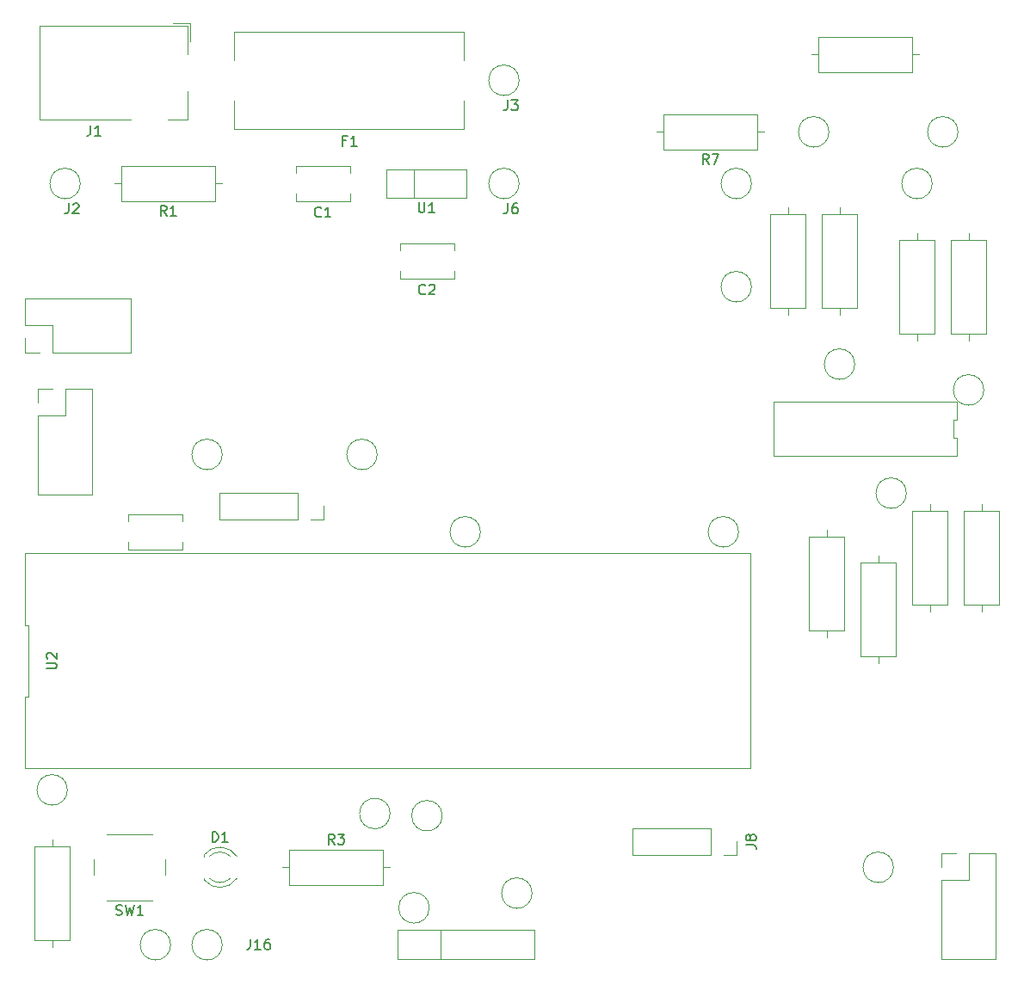
<source format=gbr>
%TF.GenerationSoftware,KiCad,Pcbnew,9.0.4*%
%TF.CreationDate,2025-12-08T22:09:47-07:00*%
%TF.ProjectId,Individual-subsystem,496e6469-7669-4647-9561-6c2d73756273,rev?*%
%TF.SameCoordinates,Original*%
%TF.FileFunction,Legend,Top*%
%TF.FilePolarity,Positive*%
%FSLAX46Y46*%
G04 Gerber Fmt 4.6, Leading zero omitted, Abs format (unit mm)*
G04 Created by KiCad (PCBNEW 9.0.4) date 2025-12-08 22:09:47*
%MOMM*%
%LPD*%
G01*
G04 APERTURE LIST*
%ADD10C,0.150000*%
%ADD11C,0.120000*%
G04 APERTURE END LIST*
D10*
X151496666Y-61644819D02*
X151496666Y-62359104D01*
X151496666Y-62359104D02*
X151449047Y-62501961D01*
X151449047Y-62501961D02*
X151353809Y-62597200D01*
X151353809Y-62597200D02*
X151210952Y-62644819D01*
X151210952Y-62644819D02*
X151115714Y-62644819D01*
X151877619Y-61644819D02*
X152496666Y-61644819D01*
X152496666Y-61644819D02*
X152163333Y-62025771D01*
X152163333Y-62025771D02*
X152306190Y-62025771D01*
X152306190Y-62025771D02*
X152401428Y-62073390D01*
X152401428Y-62073390D02*
X152449047Y-62121009D01*
X152449047Y-62121009D02*
X152496666Y-62216247D01*
X152496666Y-62216247D02*
X152496666Y-62454342D01*
X152496666Y-62454342D02*
X152449047Y-62549580D01*
X152449047Y-62549580D02*
X152401428Y-62597200D01*
X152401428Y-62597200D02*
X152306190Y-62644819D01*
X152306190Y-62644819D02*
X152020476Y-62644819D01*
X152020476Y-62644819D02*
X151925238Y-62597200D01*
X151925238Y-62597200D02*
X151877619Y-62549580D01*
X110446666Y-64144819D02*
X110446666Y-64859104D01*
X110446666Y-64859104D02*
X110399047Y-65001961D01*
X110399047Y-65001961D02*
X110303809Y-65097200D01*
X110303809Y-65097200D02*
X110160952Y-65144819D01*
X110160952Y-65144819D02*
X110065714Y-65144819D01*
X111446666Y-65144819D02*
X110875238Y-65144819D01*
X111160952Y-65144819D02*
X111160952Y-64144819D01*
X111160952Y-64144819D02*
X111065714Y-64287676D01*
X111065714Y-64287676D02*
X110970476Y-64382914D01*
X110970476Y-64382914D02*
X110875238Y-64430533D01*
X171283333Y-67944819D02*
X170950000Y-67468628D01*
X170711905Y-67944819D02*
X170711905Y-66944819D01*
X170711905Y-66944819D02*
X171092857Y-66944819D01*
X171092857Y-66944819D02*
X171188095Y-66992438D01*
X171188095Y-66992438D02*
X171235714Y-67040057D01*
X171235714Y-67040057D02*
X171283333Y-67135295D01*
X171283333Y-67135295D02*
X171283333Y-67278152D01*
X171283333Y-67278152D02*
X171235714Y-67373390D01*
X171235714Y-67373390D02*
X171188095Y-67421009D01*
X171188095Y-67421009D02*
X171092857Y-67468628D01*
X171092857Y-67468628D02*
X170711905Y-67468628D01*
X171616667Y-66944819D02*
X172283333Y-66944819D01*
X172283333Y-66944819D02*
X171854762Y-67944819D01*
X117943333Y-73024819D02*
X117610000Y-72548628D01*
X117371905Y-73024819D02*
X117371905Y-72024819D01*
X117371905Y-72024819D02*
X117752857Y-72024819D01*
X117752857Y-72024819D02*
X117848095Y-72072438D01*
X117848095Y-72072438D02*
X117895714Y-72120057D01*
X117895714Y-72120057D02*
X117943333Y-72215295D01*
X117943333Y-72215295D02*
X117943333Y-72358152D01*
X117943333Y-72358152D02*
X117895714Y-72453390D01*
X117895714Y-72453390D02*
X117848095Y-72501009D01*
X117848095Y-72501009D02*
X117752857Y-72548628D01*
X117752857Y-72548628D02*
X117371905Y-72548628D01*
X118895714Y-73024819D02*
X118324286Y-73024819D01*
X118610000Y-73024819D02*
X118610000Y-72024819D01*
X118610000Y-72024819D02*
X118514762Y-72167676D01*
X118514762Y-72167676D02*
X118419524Y-72262914D01*
X118419524Y-72262914D02*
X118324286Y-72310533D01*
X151496666Y-71804819D02*
X151496666Y-72519104D01*
X151496666Y-72519104D02*
X151449047Y-72661961D01*
X151449047Y-72661961D02*
X151353809Y-72757200D01*
X151353809Y-72757200D02*
X151210952Y-72804819D01*
X151210952Y-72804819D02*
X151115714Y-72804819D01*
X152401428Y-71804819D02*
X152210952Y-71804819D01*
X152210952Y-71804819D02*
X152115714Y-71852438D01*
X152115714Y-71852438D02*
X152068095Y-71900057D01*
X152068095Y-71900057D02*
X151972857Y-72042914D01*
X151972857Y-72042914D02*
X151925238Y-72233390D01*
X151925238Y-72233390D02*
X151925238Y-72614342D01*
X151925238Y-72614342D02*
X151972857Y-72709580D01*
X151972857Y-72709580D02*
X152020476Y-72757200D01*
X152020476Y-72757200D02*
X152115714Y-72804819D01*
X152115714Y-72804819D02*
X152306190Y-72804819D01*
X152306190Y-72804819D02*
X152401428Y-72757200D01*
X152401428Y-72757200D02*
X152449047Y-72709580D01*
X152449047Y-72709580D02*
X152496666Y-72614342D01*
X152496666Y-72614342D02*
X152496666Y-72376247D01*
X152496666Y-72376247D02*
X152449047Y-72281009D01*
X152449047Y-72281009D02*
X152401428Y-72233390D01*
X152401428Y-72233390D02*
X152306190Y-72185771D01*
X152306190Y-72185771D02*
X152115714Y-72185771D01*
X152115714Y-72185771D02*
X152020476Y-72233390D01*
X152020476Y-72233390D02*
X151972857Y-72281009D01*
X151972857Y-72281009D02*
X151925238Y-72376247D01*
X112966667Y-141817200D02*
X113109524Y-141864819D01*
X113109524Y-141864819D02*
X113347619Y-141864819D01*
X113347619Y-141864819D02*
X113442857Y-141817200D01*
X113442857Y-141817200D02*
X113490476Y-141769580D01*
X113490476Y-141769580D02*
X113538095Y-141674342D01*
X113538095Y-141674342D02*
X113538095Y-141579104D01*
X113538095Y-141579104D02*
X113490476Y-141483866D01*
X113490476Y-141483866D02*
X113442857Y-141436247D01*
X113442857Y-141436247D02*
X113347619Y-141388628D01*
X113347619Y-141388628D02*
X113157143Y-141341009D01*
X113157143Y-141341009D02*
X113061905Y-141293390D01*
X113061905Y-141293390D02*
X113014286Y-141245771D01*
X113014286Y-141245771D02*
X112966667Y-141150533D01*
X112966667Y-141150533D02*
X112966667Y-141055295D01*
X112966667Y-141055295D02*
X113014286Y-140960057D01*
X113014286Y-140960057D02*
X113061905Y-140912438D01*
X113061905Y-140912438D02*
X113157143Y-140864819D01*
X113157143Y-140864819D02*
X113395238Y-140864819D01*
X113395238Y-140864819D02*
X113538095Y-140912438D01*
X113871429Y-140864819D02*
X114109524Y-141864819D01*
X114109524Y-141864819D02*
X114300000Y-141150533D01*
X114300000Y-141150533D02*
X114490476Y-141864819D01*
X114490476Y-141864819D02*
X114728572Y-140864819D01*
X115633333Y-141864819D02*
X115061905Y-141864819D01*
X115347619Y-141864819D02*
X115347619Y-140864819D01*
X115347619Y-140864819D02*
X115252381Y-141007676D01*
X115252381Y-141007676D02*
X115157143Y-141102914D01*
X115157143Y-141102914D02*
X115061905Y-141150533D01*
X106134819Y-117601904D02*
X106944342Y-117601904D01*
X106944342Y-117601904D02*
X107039580Y-117554285D01*
X107039580Y-117554285D02*
X107087200Y-117506666D01*
X107087200Y-117506666D02*
X107134819Y-117411428D01*
X107134819Y-117411428D02*
X107134819Y-117220952D01*
X107134819Y-117220952D02*
X107087200Y-117125714D01*
X107087200Y-117125714D02*
X107039580Y-117078095D01*
X107039580Y-117078095D02*
X106944342Y-117030476D01*
X106944342Y-117030476D02*
X106134819Y-117030476D01*
X106230057Y-116601904D02*
X106182438Y-116554285D01*
X106182438Y-116554285D02*
X106134819Y-116459047D01*
X106134819Y-116459047D02*
X106134819Y-116220952D01*
X106134819Y-116220952D02*
X106182438Y-116125714D01*
X106182438Y-116125714D02*
X106230057Y-116078095D01*
X106230057Y-116078095D02*
X106325295Y-116030476D01*
X106325295Y-116030476D02*
X106420533Y-116030476D01*
X106420533Y-116030476D02*
X106563390Y-116078095D01*
X106563390Y-116078095D02*
X107134819Y-116649523D01*
X107134819Y-116649523D02*
X107134819Y-116030476D01*
X142748095Y-71704819D02*
X142748095Y-72514342D01*
X142748095Y-72514342D02*
X142795714Y-72609580D01*
X142795714Y-72609580D02*
X142843333Y-72657200D01*
X142843333Y-72657200D02*
X142938571Y-72704819D01*
X142938571Y-72704819D02*
X143129047Y-72704819D01*
X143129047Y-72704819D02*
X143224285Y-72657200D01*
X143224285Y-72657200D02*
X143271904Y-72609580D01*
X143271904Y-72609580D02*
X143319523Y-72514342D01*
X143319523Y-72514342D02*
X143319523Y-71704819D01*
X144319523Y-72704819D02*
X143748095Y-72704819D01*
X144033809Y-72704819D02*
X144033809Y-71704819D01*
X144033809Y-71704819D02*
X143938571Y-71847676D01*
X143938571Y-71847676D02*
X143843333Y-71942914D01*
X143843333Y-71942914D02*
X143748095Y-71990533D01*
X143383333Y-80679580D02*
X143335714Y-80727200D01*
X143335714Y-80727200D02*
X143192857Y-80774819D01*
X143192857Y-80774819D02*
X143097619Y-80774819D01*
X143097619Y-80774819D02*
X142954762Y-80727200D01*
X142954762Y-80727200D02*
X142859524Y-80631961D01*
X142859524Y-80631961D02*
X142811905Y-80536723D01*
X142811905Y-80536723D02*
X142764286Y-80346247D01*
X142764286Y-80346247D02*
X142764286Y-80203390D01*
X142764286Y-80203390D02*
X142811905Y-80012914D01*
X142811905Y-80012914D02*
X142859524Y-79917676D01*
X142859524Y-79917676D02*
X142954762Y-79822438D01*
X142954762Y-79822438D02*
X143097619Y-79774819D01*
X143097619Y-79774819D02*
X143192857Y-79774819D01*
X143192857Y-79774819D02*
X143335714Y-79822438D01*
X143335714Y-79822438D02*
X143383333Y-79870057D01*
X143764286Y-79870057D02*
X143811905Y-79822438D01*
X143811905Y-79822438D02*
X143907143Y-79774819D01*
X143907143Y-79774819D02*
X144145238Y-79774819D01*
X144145238Y-79774819D02*
X144240476Y-79822438D01*
X144240476Y-79822438D02*
X144288095Y-79870057D01*
X144288095Y-79870057D02*
X144335714Y-79965295D01*
X144335714Y-79965295D02*
X144335714Y-80060533D01*
X144335714Y-80060533D02*
X144288095Y-80203390D01*
X144288095Y-80203390D02*
X143716667Y-80774819D01*
X143716667Y-80774819D02*
X144335714Y-80774819D01*
X122451905Y-134654819D02*
X122451905Y-133654819D01*
X122451905Y-133654819D02*
X122690000Y-133654819D01*
X122690000Y-133654819D02*
X122832857Y-133702438D01*
X122832857Y-133702438D02*
X122928095Y-133797676D01*
X122928095Y-133797676D02*
X122975714Y-133892914D01*
X122975714Y-133892914D02*
X123023333Y-134083390D01*
X123023333Y-134083390D02*
X123023333Y-134226247D01*
X123023333Y-134226247D02*
X122975714Y-134416723D01*
X122975714Y-134416723D02*
X122928095Y-134511961D01*
X122928095Y-134511961D02*
X122832857Y-134607200D01*
X122832857Y-134607200D02*
X122690000Y-134654819D01*
X122690000Y-134654819D02*
X122451905Y-134654819D01*
X123975714Y-134654819D02*
X123404286Y-134654819D01*
X123690000Y-134654819D02*
X123690000Y-133654819D01*
X123690000Y-133654819D02*
X123594762Y-133797676D01*
X123594762Y-133797676D02*
X123499524Y-133892914D01*
X123499524Y-133892914D02*
X123404286Y-133940533D01*
X108316666Y-71804819D02*
X108316666Y-72519104D01*
X108316666Y-72519104D02*
X108269047Y-72661961D01*
X108269047Y-72661961D02*
X108173809Y-72757200D01*
X108173809Y-72757200D02*
X108030952Y-72804819D01*
X108030952Y-72804819D02*
X107935714Y-72804819D01*
X108745238Y-71900057D02*
X108792857Y-71852438D01*
X108792857Y-71852438D02*
X108888095Y-71804819D01*
X108888095Y-71804819D02*
X109126190Y-71804819D01*
X109126190Y-71804819D02*
X109221428Y-71852438D01*
X109221428Y-71852438D02*
X109269047Y-71900057D01*
X109269047Y-71900057D02*
X109316666Y-71995295D01*
X109316666Y-71995295D02*
X109316666Y-72090533D01*
X109316666Y-72090533D02*
X109269047Y-72233390D01*
X109269047Y-72233390D02*
X108697619Y-72804819D01*
X108697619Y-72804819D02*
X109316666Y-72804819D01*
X135606666Y-65621009D02*
X135273333Y-65621009D01*
X135273333Y-66144819D02*
X135273333Y-65144819D01*
X135273333Y-65144819D02*
X135749523Y-65144819D01*
X136654285Y-66144819D02*
X136082857Y-66144819D01*
X136368571Y-66144819D02*
X136368571Y-65144819D01*
X136368571Y-65144819D02*
X136273333Y-65287676D01*
X136273333Y-65287676D02*
X136178095Y-65382914D01*
X136178095Y-65382914D02*
X136082857Y-65430533D01*
X126190476Y-144234819D02*
X126190476Y-144949104D01*
X126190476Y-144949104D02*
X126142857Y-145091961D01*
X126142857Y-145091961D02*
X126047619Y-145187200D01*
X126047619Y-145187200D02*
X125904762Y-145234819D01*
X125904762Y-145234819D02*
X125809524Y-145234819D01*
X127190476Y-145234819D02*
X126619048Y-145234819D01*
X126904762Y-145234819D02*
X126904762Y-144234819D01*
X126904762Y-144234819D02*
X126809524Y-144377676D01*
X126809524Y-144377676D02*
X126714286Y-144472914D01*
X126714286Y-144472914D02*
X126619048Y-144520533D01*
X128047619Y-144234819D02*
X127857143Y-144234819D01*
X127857143Y-144234819D02*
X127761905Y-144282438D01*
X127761905Y-144282438D02*
X127714286Y-144330057D01*
X127714286Y-144330057D02*
X127619048Y-144472914D01*
X127619048Y-144472914D02*
X127571429Y-144663390D01*
X127571429Y-144663390D02*
X127571429Y-145044342D01*
X127571429Y-145044342D02*
X127619048Y-145139580D01*
X127619048Y-145139580D02*
X127666667Y-145187200D01*
X127666667Y-145187200D02*
X127761905Y-145234819D01*
X127761905Y-145234819D02*
X127952381Y-145234819D01*
X127952381Y-145234819D02*
X128047619Y-145187200D01*
X128047619Y-145187200D02*
X128095238Y-145139580D01*
X128095238Y-145139580D02*
X128142857Y-145044342D01*
X128142857Y-145044342D02*
X128142857Y-144806247D01*
X128142857Y-144806247D02*
X128095238Y-144711009D01*
X128095238Y-144711009D02*
X128047619Y-144663390D01*
X128047619Y-144663390D02*
X127952381Y-144615771D01*
X127952381Y-144615771D02*
X127761905Y-144615771D01*
X127761905Y-144615771D02*
X127666667Y-144663390D01*
X127666667Y-144663390D02*
X127619048Y-144711009D01*
X127619048Y-144711009D02*
X127571429Y-144806247D01*
X134453333Y-134894819D02*
X134120000Y-134418628D01*
X133881905Y-134894819D02*
X133881905Y-133894819D01*
X133881905Y-133894819D02*
X134262857Y-133894819D01*
X134262857Y-133894819D02*
X134358095Y-133942438D01*
X134358095Y-133942438D02*
X134405714Y-133990057D01*
X134405714Y-133990057D02*
X134453333Y-134085295D01*
X134453333Y-134085295D02*
X134453333Y-134228152D01*
X134453333Y-134228152D02*
X134405714Y-134323390D01*
X134405714Y-134323390D02*
X134358095Y-134371009D01*
X134358095Y-134371009D02*
X134262857Y-134418628D01*
X134262857Y-134418628D02*
X133881905Y-134418628D01*
X134786667Y-133894819D02*
X135405714Y-133894819D01*
X135405714Y-133894819D02*
X135072381Y-134275771D01*
X135072381Y-134275771D02*
X135215238Y-134275771D01*
X135215238Y-134275771D02*
X135310476Y-134323390D01*
X135310476Y-134323390D02*
X135358095Y-134371009D01*
X135358095Y-134371009D02*
X135405714Y-134466247D01*
X135405714Y-134466247D02*
X135405714Y-134704342D01*
X135405714Y-134704342D02*
X135358095Y-134799580D01*
X135358095Y-134799580D02*
X135310476Y-134847200D01*
X135310476Y-134847200D02*
X135215238Y-134894819D01*
X135215238Y-134894819D02*
X134929524Y-134894819D01*
X134929524Y-134894819D02*
X134834286Y-134847200D01*
X134834286Y-134847200D02*
X134786667Y-134799580D01*
X133143333Y-73059580D02*
X133095714Y-73107200D01*
X133095714Y-73107200D02*
X132952857Y-73154819D01*
X132952857Y-73154819D02*
X132857619Y-73154819D01*
X132857619Y-73154819D02*
X132714762Y-73107200D01*
X132714762Y-73107200D02*
X132619524Y-73011961D01*
X132619524Y-73011961D02*
X132571905Y-72916723D01*
X132571905Y-72916723D02*
X132524286Y-72726247D01*
X132524286Y-72726247D02*
X132524286Y-72583390D01*
X132524286Y-72583390D02*
X132571905Y-72392914D01*
X132571905Y-72392914D02*
X132619524Y-72297676D01*
X132619524Y-72297676D02*
X132714762Y-72202438D01*
X132714762Y-72202438D02*
X132857619Y-72154819D01*
X132857619Y-72154819D02*
X132952857Y-72154819D01*
X132952857Y-72154819D02*
X133095714Y-72202438D01*
X133095714Y-72202438D02*
X133143333Y-72250057D01*
X134095714Y-73154819D02*
X133524286Y-73154819D01*
X133810000Y-73154819D02*
X133810000Y-72154819D01*
X133810000Y-72154819D02*
X133714762Y-72297676D01*
X133714762Y-72297676D02*
X133619524Y-72392914D01*
X133619524Y-72392914D02*
X133524286Y-72440533D01*
X174944819Y-134953333D02*
X175659104Y-134953333D01*
X175659104Y-134953333D02*
X175801961Y-135000952D01*
X175801961Y-135000952D02*
X175897200Y-135096190D01*
X175897200Y-135096190D02*
X175944819Y-135239047D01*
X175944819Y-135239047D02*
X175944819Y-135334285D01*
X175373390Y-134334285D02*
X175325771Y-134429523D01*
X175325771Y-134429523D02*
X175278152Y-134477142D01*
X175278152Y-134477142D02*
X175182914Y-134524761D01*
X175182914Y-134524761D02*
X175135295Y-134524761D01*
X175135295Y-134524761D02*
X175040057Y-134477142D01*
X175040057Y-134477142D02*
X174992438Y-134429523D01*
X174992438Y-134429523D02*
X174944819Y-134334285D01*
X174944819Y-134334285D02*
X174944819Y-134143809D01*
X174944819Y-134143809D02*
X174992438Y-134048571D01*
X174992438Y-134048571D02*
X175040057Y-134000952D01*
X175040057Y-134000952D02*
X175135295Y-133953333D01*
X175135295Y-133953333D02*
X175182914Y-133953333D01*
X175182914Y-133953333D02*
X175278152Y-134000952D01*
X175278152Y-134000952D02*
X175325771Y-134048571D01*
X175325771Y-134048571D02*
X175373390Y-134143809D01*
X175373390Y-134143809D02*
X175373390Y-134334285D01*
X175373390Y-134334285D02*
X175421009Y-134429523D01*
X175421009Y-134429523D02*
X175468628Y-134477142D01*
X175468628Y-134477142D02*
X175563866Y-134524761D01*
X175563866Y-134524761D02*
X175754342Y-134524761D01*
X175754342Y-134524761D02*
X175849580Y-134477142D01*
X175849580Y-134477142D02*
X175897200Y-134429523D01*
X175897200Y-134429523D02*
X175944819Y-134334285D01*
X175944819Y-134334285D02*
X175944819Y-134143809D01*
X175944819Y-134143809D02*
X175897200Y-134048571D01*
X175897200Y-134048571D02*
X175849580Y-134000952D01*
X175849580Y-134000952D02*
X175754342Y-133953333D01*
X175754342Y-133953333D02*
X175563866Y-133953333D01*
X175563866Y-133953333D02*
X175468628Y-134000952D01*
X175468628Y-134000952D02*
X175421009Y-134048571D01*
X175421009Y-134048571D02*
X175373390Y-134143809D01*
D11*
%TO.C,J3*%
X152630000Y-59690000D02*
G75*
G02*
X149630000Y-59690000I-1500000J0D01*
G01*
X149630000Y-59690000D02*
G75*
G02*
X152630000Y-59690000I1500000J0D01*
G01*
%TO.C,J20*%
X193270000Y-69850000D02*
G75*
G02*
X190270000Y-69850000I-1500000J0D01*
G01*
X190270000Y-69850000D02*
G75*
G02*
X193270000Y-69850000I1500000J0D01*
G01*
%TO.C,R12*%
X198120000Y-101370000D02*
X198120000Y-102060000D01*
X198120000Y-111990000D02*
X198120000Y-111300000D01*
X199840000Y-102060000D02*
X196400000Y-102060000D01*
X196400000Y-111300000D01*
X199840000Y-111300000D01*
X199840000Y-102060000D01*
%TO.C,J1*%
X105430000Y-54340000D02*
X120030000Y-54340000D01*
X105430000Y-63540000D02*
X105430000Y-54340000D01*
X114430000Y-63540000D02*
X105430000Y-63540000D01*
X118530000Y-54100000D02*
X120270000Y-54100000D01*
X120030000Y-54340000D02*
X120030000Y-57140000D01*
X120030000Y-60740000D02*
X120030000Y-63540000D01*
X120030000Y-63540000D02*
X118030000Y-63540000D01*
X120270000Y-54100000D02*
X120270000Y-55840000D01*
%TO.C,J7*%
X123420000Y-96520000D02*
G75*
G02*
X120420000Y-96520000I-1500000J0D01*
G01*
X120420000Y-96520000D02*
G75*
G02*
X123420000Y-96520000I1500000J0D01*
G01*
%TO.C,J24*%
X143782441Y-141146585D02*
G75*
G02*
X140782441Y-141146585I-1500000J0D01*
G01*
X140782441Y-141146585D02*
G75*
G02*
X143782441Y-141146585I1500000J0D01*
G01*
%TO.C,R7*%
X166140000Y-64770000D02*
X166830000Y-64770000D01*
X176760000Y-64770000D02*
X176070000Y-64770000D01*
X176070000Y-66490000D02*
X166830000Y-66490000D01*
X166830000Y-63050000D01*
X176070000Y-63050000D01*
X176070000Y-66490000D01*
%TO.C,R1*%
X112800000Y-69850000D02*
X113490000Y-69850000D01*
X123420000Y-69850000D02*
X122730000Y-69850000D01*
X122730000Y-71570000D02*
X113490000Y-71570000D01*
X113490000Y-68130000D01*
X122730000Y-68130000D01*
X122730000Y-71570000D01*
%TO.C,J6*%
X152630000Y-69850000D02*
G75*
G02*
X149630000Y-69850000I-1500000J0D01*
G01*
X149630000Y-69850000D02*
G75*
G02*
X152630000Y-69850000I1500000J0D01*
G01*
%TO.C,R10*%
X181380000Y-57150000D02*
X182070000Y-57150000D01*
X192000000Y-57150000D02*
X191310000Y-57150000D01*
X191310000Y-58870000D02*
X182070000Y-58870000D01*
X182070000Y-55430000D01*
X191310000Y-55430000D01*
X191310000Y-58870000D01*
%TO.C,C3*%
X114130000Y-102420000D02*
X119470000Y-102420000D01*
X114130000Y-103114000D02*
X114130000Y-102420000D01*
X114130000Y-105860000D02*
X114130000Y-105166000D01*
X119470000Y-102420000D02*
X119470000Y-103114000D01*
X119470000Y-105166000D02*
X119470000Y-105860000D01*
X119470000Y-105860000D02*
X114130000Y-105860000D01*
%TO.C,R2*%
X106680000Y-134390000D02*
X106680000Y-135080000D01*
X106680000Y-145010000D02*
X106680000Y-144320000D01*
X108400000Y-135080000D02*
X104960000Y-135080000D01*
X104960000Y-144320000D01*
X108400000Y-144320000D01*
X108400000Y-135080000D01*
%TO.C,J21*%
X198350000Y-90170000D02*
G75*
G02*
X195350000Y-90170000I-1500000J0D01*
G01*
X195350000Y-90170000D02*
G75*
G02*
X198350000Y-90170000I1500000J0D01*
G01*
%TO.C,J10*%
X118340000Y-144780000D02*
G75*
G02*
X115340000Y-144780000I-1500000J0D01*
G01*
X115340000Y-144780000D02*
G75*
G02*
X118340000Y-144780000I1500000J0D01*
G01*
%TO.C,J29*%
X123130000Y-100270000D02*
X123130000Y-102930000D01*
X130810000Y-100270000D02*
X123130000Y-100270000D01*
X130810000Y-100270000D02*
X130810000Y-102930000D01*
X130810000Y-102930000D02*
X123130000Y-102930000D01*
X133410000Y-101600000D02*
X133410000Y-102930000D01*
X133410000Y-102930000D02*
X132080000Y-102930000D01*
%TO.C,SW1*%
X110800000Y-136410000D02*
X110800000Y-137910000D01*
X112050000Y-140410000D02*
X116550000Y-140410000D01*
X116550000Y-133910000D02*
X112050000Y-133910000D01*
X117800000Y-137910000D02*
X117800000Y-136410000D01*
%TO.C,U2*%
X104010000Y-106250000D02*
X104010000Y-113310000D01*
X104010000Y-113310000D02*
X104370000Y-113310000D01*
X104010000Y-120369999D02*
X104010000Y-127429999D01*
X104010000Y-127429999D02*
X175390000Y-127430000D01*
X104370000Y-113310000D02*
X104370000Y-120369999D01*
X104370000Y-120369999D02*
X104010000Y-120369999D01*
X175390000Y-106250001D02*
X104010000Y-106250000D01*
X175390000Y-127430000D02*
X175390000Y-106250001D01*
%TO.C,U3*%
X177670000Y-91310000D02*
X177670000Y-96649999D01*
X177670000Y-96649999D02*
X195710000Y-96650000D01*
X195350000Y-93090001D02*
X195710000Y-93090001D01*
X195350000Y-94870000D02*
X195350000Y-93090001D01*
X195710000Y-91310001D02*
X177670000Y-91310000D01*
X195710000Y-93090001D02*
X195710000Y-91310001D01*
X195710000Y-94870000D02*
X195350000Y-94870000D01*
X195710000Y-96650000D02*
X195710000Y-94870000D01*
%TO.C,J9*%
X138660000Y-96520000D02*
G75*
G02*
X135660000Y-96520000I-1500000J0D01*
G01*
X135660000Y-96520000D02*
G75*
G02*
X138660000Y-96520000I1500000J0D01*
G01*
%TO.C,J19*%
X183110000Y-64770000D02*
G75*
G02*
X180110000Y-64770000I-1500000J0D01*
G01*
X180110000Y-64770000D02*
G75*
G02*
X183110000Y-64770000I1500000J0D01*
G01*
%TO.C,J22*%
X145055297Y-132080000D02*
G75*
G02*
X142055297Y-132080000I-1500000J0D01*
G01*
X142055297Y-132080000D02*
G75*
G02*
X145055297Y-132080000I1500000J0D01*
G01*
%TO.C,R14*%
X187960000Y-106450000D02*
X187960000Y-107140000D01*
X187960000Y-117070000D02*
X187960000Y-116380000D01*
X189680000Y-107140000D02*
X186240000Y-107140000D01*
X186240000Y-116380000D01*
X189680000Y-116380000D01*
X189680000Y-107140000D01*
%TO.C,U1*%
X139570000Y-68450000D02*
X147450000Y-68450000D01*
X139570000Y-71250000D02*
X139570000Y-68450000D01*
X142240000Y-68450000D02*
X142240000Y-71250000D01*
X147450000Y-68450000D02*
X147450000Y-71250000D01*
X147450000Y-71250000D02*
X139570000Y-71250000D01*
%TO.C,J13*%
X105300000Y-90060000D02*
X106680000Y-90060000D01*
X105300000Y-91440000D02*
X105300000Y-90060000D01*
X105300000Y-92710000D02*
X105300000Y-100440000D01*
X105300000Y-92710000D02*
X107950000Y-92710000D01*
X105300000Y-100440000D02*
X110600000Y-100440000D01*
X107950000Y-90060000D02*
X110600000Y-90060000D01*
X107950000Y-92710000D02*
X107950000Y-90060000D01*
X110600000Y-90060000D02*
X110600000Y-100440000D01*
%TO.C,C2*%
X140880000Y-75750000D02*
X146220000Y-75750000D01*
X140880000Y-76444000D02*
X140880000Y-75750000D01*
X140880000Y-79190000D02*
X140880000Y-78496000D01*
X146220000Y-75750000D02*
X146220000Y-76444000D01*
X146220000Y-78496000D02*
X146220000Y-79190000D01*
X146220000Y-79190000D02*
X140880000Y-79190000D01*
%TO.C,D1*%
X121630000Y-135924000D02*
X121630000Y-136080000D01*
X121630000Y-138240000D02*
X121630000Y-138396000D01*
X121630000Y-135924484D02*
G75*
G02*
X124861437Y-136080000I1560000J-1235516D01*
G01*
X122149039Y-136080000D02*
G75*
G02*
X124230961Y-136080000I1040961J-1080000D01*
G01*
X124230961Y-138240000D02*
G75*
G02*
X122149039Y-138240000I-1040961J1080000D01*
G01*
X124861437Y-138240000D02*
G75*
G02*
X121630000Y-138395516I-1671437J1080000D01*
G01*
%TO.C,J2*%
X109450000Y-69850000D02*
G75*
G02*
X106450000Y-69850000I-1500000J0D01*
G01*
X106450000Y-69850000D02*
G75*
G02*
X109450000Y-69850000I1500000J0D01*
G01*
%TO.C,F1*%
X124590000Y-54890000D02*
X124590000Y-57690000D01*
X124590000Y-61690000D02*
X124590000Y-64490000D01*
X147190000Y-54890000D02*
X124590000Y-54890000D01*
X147190000Y-54890000D02*
X147190000Y-57690000D01*
X147190000Y-61690000D02*
X147190000Y-64490000D01*
X147190000Y-64490000D02*
X124590000Y-64490000D01*
%TO.C,J15*%
X139930000Y-131867548D02*
G75*
G02*
X136930000Y-131867548I-1500000J0D01*
G01*
X136930000Y-131867548D02*
G75*
G02*
X139930000Y-131867548I1500000J0D01*
G01*
%TO.C,R9*%
X196850000Y-74700000D02*
X196850000Y-75390000D01*
X196850000Y-85320000D02*
X196850000Y-84630000D01*
X195130000Y-84630000D02*
X198570000Y-84630000D01*
X198570000Y-75390000D01*
X195130000Y-75390000D01*
X195130000Y-84630000D01*
%TO.C,J12*%
X108180000Y-129540000D02*
G75*
G02*
X105180000Y-129540000I-1500000J0D01*
G01*
X105180000Y-129540000D02*
G75*
G02*
X108180000Y-129540000I1500000J0D01*
G01*
%TO.C,J28*%
X104030000Y-81175000D02*
X114410000Y-81175000D01*
X104030000Y-83825000D02*
X104030000Y-81175000D01*
X104030000Y-86475000D02*
X104030000Y-85095000D01*
X105410000Y-86475000D02*
X104030000Y-86475000D01*
X106680000Y-83825000D02*
X104030000Y-83825000D01*
X106680000Y-86475000D02*
X106680000Y-83825000D01*
X106680000Y-86475000D02*
X114410000Y-86475000D01*
X114410000Y-86475000D02*
X114410000Y-81175000D01*
%TO.C,R11*%
X193040000Y-101370000D02*
X193040000Y-102060000D01*
X193040000Y-111990000D02*
X193040000Y-111300000D01*
X194760000Y-102060000D02*
X191320000Y-102060000D01*
X191320000Y-111300000D01*
X194760000Y-111300000D01*
X194760000Y-102060000D01*
%TO.C,J16*%
X123420000Y-144780000D02*
G75*
G02*
X120420000Y-144780000I-1500000J0D01*
G01*
X120420000Y-144780000D02*
G75*
G02*
X123420000Y-144780000I1500000J0D01*
G01*
%TO.C,J26*%
X175490000Y-80010000D02*
G75*
G02*
X172490000Y-80010000I-1500000J0D01*
G01*
X172490000Y-80010000D02*
G75*
G02*
X175490000Y-80010000I1500000J0D01*
G01*
%TO.C,J5*%
X189460000Y-137160000D02*
G75*
G02*
X186460000Y-137160000I-1500000J0D01*
G01*
X186460000Y-137160000D02*
G75*
G02*
X189460000Y-137160000I1500000J0D01*
G01*
%TO.C,J4*%
X194200000Y-135780000D02*
X195580000Y-135780000D01*
X194200000Y-137160000D02*
X194200000Y-135780000D01*
X194200000Y-138430000D02*
X194200000Y-146160000D01*
X194200000Y-138430000D02*
X196850000Y-138430000D01*
X194200000Y-146160000D02*
X199500000Y-146160000D01*
X196850000Y-135780000D02*
X199500000Y-135780000D01*
X196850000Y-138430000D02*
X196850000Y-135780000D01*
X199500000Y-135780000D02*
X199500000Y-146160000D01*
%TO.C,J18*%
X195810000Y-64770000D02*
G75*
G02*
X192810000Y-64770000I-1500000J0D01*
G01*
X192810000Y-64770000D02*
G75*
G02*
X195810000Y-64770000I1500000J0D01*
G01*
%TO.C,J27*%
X190730000Y-100330000D02*
G75*
G02*
X187730000Y-100330000I-1500000J0D01*
G01*
X187730000Y-100330000D02*
G75*
G02*
X190730000Y-100330000I1500000J0D01*
G01*
%TO.C,J17*%
X185650000Y-87630000D02*
G75*
G02*
X182650000Y-87630000I-1500000J0D01*
G01*
X182650000Y-87630000D02*
G75*
G02*
X185650000Y-87630000I1500000J0D01*
G01*
%TO.C,R3*%
X129310000Y-137160000D02*
X130000000Y-137160000D01*
X139930000Y-137160000D02*
X139240000Y-137160000D01*
X130000000Y-135440000D02*
X139240000Y-135440000D01*
X139240000Y-138880000D01*
X130000000Y-138880000D01*
X130000000Y-135440000D01*
%TO.C,R5*%
X179070000Y-72160000D02*
X179070000Y-72850000D01*
X179070000Y-82780000D02*
X179070000Y-82090000D01*
X180790000Y-72850000D02*
X177350000Y-72850000D01*
X177350000Y-82090000D01*
X180790000Y-82090000D01*
X180790000Y-72850000D01*
%TO.C,J14*%
X148820000Y-104140000D02*
G75*
G02*
X145820000Y-104140000I-1500000J0D01*
G01*
X145820000Y-104140000D02*
G75*
G02*
X148820000Y-104140000I1500000J0D01*
G01*
%TO.C,C1*%
X130640000Y-68130000D02*
X135980000Y-68130000D01*
X130640000Y-68824000D02*
X130640000Y-68130000D01*
X130640000Y-71570000D02*
X130640000Y-70876000D01*
X135980000Y-68130000D02*
X135980000Y-68824000D01*
X135980000Y-70876000D02*
X135980000Y-71570000D01*
X135980000Y-71570000D02*
X130640000Y-71570000D01*
%TO.C,J23*%
X153900000Y-139700000D02*
G75*
G02*
X150900000Y-139700000I-1500000J0D01*
G01*
X150900000Y-139700000D02*
G75*
G02*
X153900000Y-139700000I1500000J0D01*
G01*
%TO.C,J11*%
X174220000Y-104140000D02*
G75*
G02*
X171220000Y-104140000I-1500000J0D01*
G01*
X171220000Y-104140000D02*
G75*
G02*
X174220000Y-104140000I1500000J0D01*
G01*
%TO.C,J8*%
X163770000Y-133290000D02*
X163770000Y-135950000D01*
X171450000Y-133290000D02*
X163770000Y-133290000D01*
X171450000Y-133290000D02*
X171450000Y-135950000D01*
X171450000Y-135950000D02*
X163770000Y-135950000D01*
X174050000Y-134620000D02*
X174050000Y-135950000D01*
X174050000Y-135950000D02*
X172720000Y-135950000D01*
%TO.C,RV1*%
X140650000Y-143330000D02*
X154150000Y-143330000D01*
X140650000Y-146230000D02*
X140650000Y-143330000D01*
X144900000Y-143330000D02*
X144900000Y-146230000D01*
X154150000Y-143330000D02*
X154150000Y-146230000D01*
X154150000Y-146230000D02*
X140650000Y-146230000D01*
%TO.C,J25*%
X175490000Y-69850000D02*
G75*
G02*
X172490000Y-69850000I-1500000J0D01*
G01*
X172490000Y-69850000D02*
G75*
G02*
X175490000Y-69850000I1500000J0D01*
G01*
%TO.C,R4*%
X184150000Y-72160000D02*
X184150000Y-72850000D01*
X184150000Y-82780000D02*
X184150000Y-82090000D01*
X182430000Y-82090000D02*
X185870000Y-82090000D01*
X185870000Y-72850000D01*
X182430000Y-72850000D01*
X182430000Y-82090000D01*
%TO.C,R13*%
X182880000Y-103910000D02*
X182880000Y-104600000D01*
X182880000Y-114530000D02*
X182880000Y-113840000D01*
X184600000Y-104600000D02*
X181160000Y-104600000D01*
X181160000Y-113840000D01*
X184600000Y-113840000D01*
X184600000Y-104600000D01*
%TO.C,R8*%
X191770000Y-74700000D02*
X191770000Y-75390000D01*
X191770000Y-85320000D02*
X191770000Y-84630000D01*
X193490000Y-75390000D02*
X190050000Y-75390000D01*
X190050000Y-84630000D01*
X193490000Y-84630000D01*
X193490000Y-75390000D01*
%TD*%
M02*

</source>
